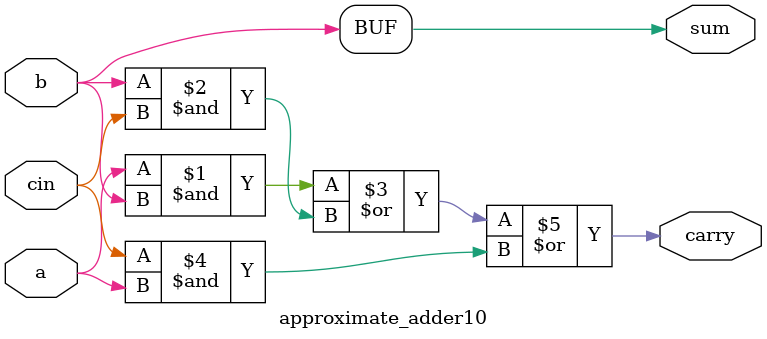
<source format=v>


module approximate_adder10  (input a,b,cin,
                          output sum,carry);

  assign sum=b;
  assign carry=(a&b)|(b&cin)|(cin&a);
endmodule
</source>
